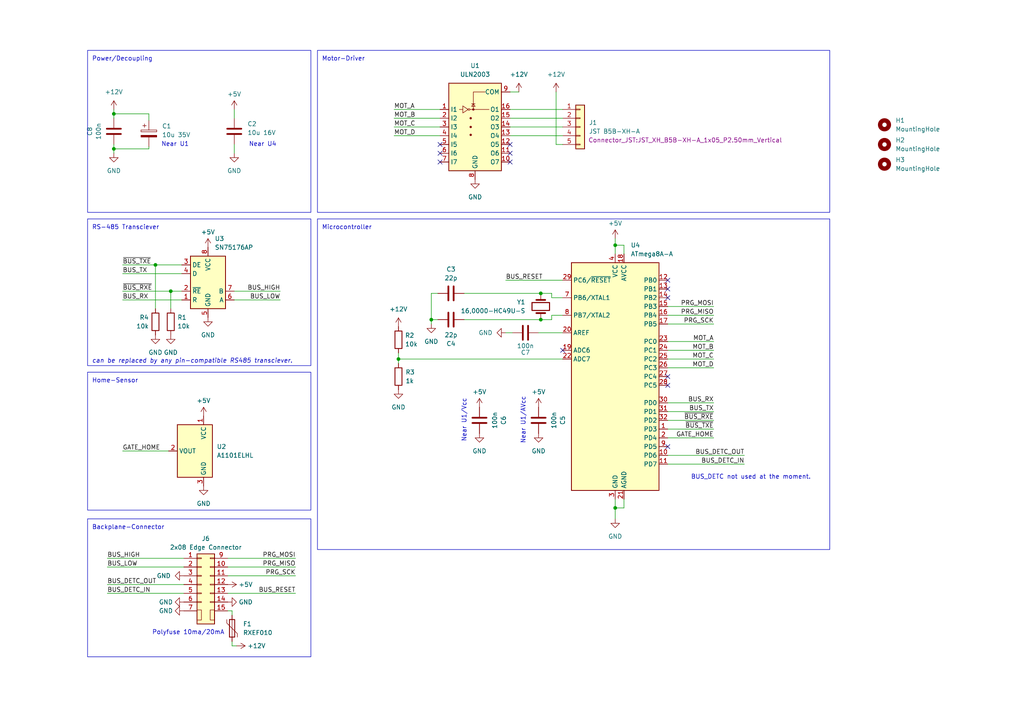
<source format=kicad_sch>
(kicad_sch (version 20231120) (generator "eeschema") (generator_version "8.0")
  (paper "A4")
  (title_block (title "Split-Flap Module Controller ") (date "2025-01-10") (rev "1") (company "Dennis Gunia www.dennisgunia.de") (comment 1 "Rev1 replaced U1 with dip variant"))
  (lib_symbols
    (symbol "Connector_Generic:Conn_01x05" (pin_names (offset 1.016) hide)
      (property "Reference" "J" (at 0 7.62 0))
      (property "Value" "Conn_01x05" (at 0 -7.62 0))
      (symbol "Conn_01x05_1_1"
        (rectangle (start -1.27 -4.953) (end 0 -5.207) (stroke (width 0.1524)))
        (rectangle (start -1.27 -2.413) (end 0 -2.667) (stroke (width 0.1524)))
        (rectangle (start -1.27 0.127) (end 0 -0.127) (stroke (width 0.1524)))
        (rectangle (start -1.27 2.667) (end 0 2.413) (stroke (width 0.1524)))
        (rectangle (start -1.27 5.207) (end 0 4.953) (stroke (width 0.1524)))
        (rectangle (start -1.27 6.35) (end 1.27 -6.35) (stroke (width 0.254)) (fill (type background)))
        (pin passive line (at -5.08 5.08 0) (length 3.81) (name "Pin_1") (number "1"))
        (pin passive line (at -5.08 2.54 0) (length 3.81) (name "Pin_2") (number "2"))
        (pin passive line (at -5.08 0 0) (length 3.81) (name "Pin_3") (number "3"))
        (pin passive line (at -5.08 -2.54 0) (length 3.81) (name "Pin_4") (number "4"))
        (pin passive line (at -5.08 -5.08 0) (length 3.81) (name "Pin_5") (number "5"))
      )
    )
    (symbol "Connector_Generic:Conn_02x08_Top_Bottom" (pin_names (offset 1.016) hide)
      (property "Reference" "J6" (at 1.27 13.335 0))
      (property "Value" "2x08 Edge Connector" (at 1.27 10.795 0))
      (symbol "Conn_02x08_Top_Bottom_1_1"
        (rectangle (start -1.27 -7.366) (end 0 -10.287) (stroke (width 0.1524)))
        (rectangle (start -1.27 -4.953) (end 0 -5.207) (stroke (width 0.1524)))
        (rectangle (start -1.27 -2.413) (end 0 -2.667) (stroke (width 0.1524)))
        (rectangle (start -1.27 0.127) (end 0 -0.127) (stroke (width 0.1524)))
        (rectangle (start -1.27 2.667) (end 0 2.413) (stroke (width 0.1524)))
        (rectangle (start -1.27 5.207) (end 0 4.953) (stroke (width 0.1524)))
        (rectangle (start -1.27 7.747) (end 0 7.493) (stroke (width 0.1524)))
        (rectangle (start -1.27 8.89) (end 3.81 -11.43) (stroke (width 0.254)) (fill (type background)))
        (rectangle (start 2.54 -7.366) (end 3.81 -10.287) (stroke (width 0.1524)))
        (rectangle (start 3.81 -4.953) (end 2.54 -5.207) (stroke (width 0.1524)))
        (rectangle (start 3.81 -2.413) (end 2.54 -2.667) (stroke (width 0.1524)))
        (rectangle (start 3.81 0.127) (end 2.54 -0.127) (stroke (width 0.1524)))
        (rectangle (start 3.81 2.667) (end 2.54 2.413) (stroke (width 0.1524)))
        (rectangle (start 3.81 5.207) (end 2.54 4.953) (stroke (width 0.1524)))
        (rectangle (start 3.81 7.747) (end 2.54 7.493) (stroke (width 0.1524)))
        (pin passive line (at -5.08 7.62 0) (length 3.81) (name "Pin_1") (number "1"))
        (pin passive line (at 7.62 5.08 180) (length 3.81) (name "Pin_10") (number "10"))
        (pin passive line (at 7.62 2.54 180) (length 3.81) (name "Pin_11") (number "11"))
        (pin passive line (at 7.62 0 180) (length 3.81) (name "Pin_12") (number "12"))
        (pin passive line (at 7.62 -2.54 180) (length 3.81) (name "Pin_13") (number "13"))
        (pin passive line (at 7.62 -5.08 180) (length 3.81) (name "Pin_14") (number "14"))
        (pin passive line (at 7.62 -7.62 180) (length 3.81) (name "Pin_15") (number "15"))
        (pin no_connect line (at 7.62 -10.16 180) (length 3.81) hide (name "Pin_16") (number "16"))
        (pin passive line (at -5.08 5.08 0) (length 3.81) (name "Pin_2") (number "2"))
        (pin passive line (at -5.08 2.54 0) (length 3.81) (name "Pin_3") (number "3"))
        (pin passive line (at -5.08 0 0) (length 3.81) (name "Pin_4") (number "4"))
        (pin passive line (at -5.08 -2.54 0) (length 3.81) (name "Pin_5") (number "5"))
        (pin passive line (at -5.08 -5.08 0) (length 3.81) (name "Pin_6") (number "6"))
        (pin passive line (at -5.08 -7.62 0) (length 3.81) (name "Pin_7") (number "7"))
        (pin no_connect line (at -5.08 -10.16 0) (length 3.81) hide (name "Pin_8") (number "8"))
        (pin passive line (at 7.62 7.62 180) (length 3.81) (name "Pin_9") (number "9"))
      )
    )
    (symbol "Device:C" (pin_numbers hide) (pin_names (offset 0.254))
      (property "Reference" "C" (at 0.635 2.54 0))
      (property "Value" "C" (at 0.635 -2.54 0))
      (symbol "C_0_1"
        (polyline (pts (xy -2.032 -0.762) (xy 2.032 -0.762)) (stroke (width 0.508)))
        (polyline (pts (xy -2.032 0.762) (xy 2.032 0.762)) (stroke (width 0.508)))
      )
      (symbol "C_1_1"
        (pin passive line (at 0 3.81 270) (length 2.794) (name "~") (number "1"))
        (pin passive line (at 0 -3.81 90) (length 2.794) (name "~") (number "2"))
      )
    )
    (symbol "Device:C_Polarized" (pin_numbers hide) (pin_names (offset 0.254))
      (property "Reference" "C" (at 0.635 2.54 0))
      (property "Value" "C_Polarized" (at 0.635 -2.54 0))
      (symbol "C_Polarized_0_1"
        (rectangle (start -2.286 0.508) (end 2.286 1.016))
        (polyline (pts (xy -1.778 2.286) (xy -0.762 2.286)))
        (polyline (pts (xy -1.27 2.794) (xy -1.27 1.778)))
        (rectangle (start 2.286 -0.508) (end -2.286 -1.016) (fill (type outline)))
      )
      (symbol "C_Polarized_1_1"
        (pin passive line (at 0 3.81 270) (length 2.794) (name "~") (number "1"))
        (pin passive line (at 0 -3.81 90) (length 2.794) (name "~") (number "2"))
      )
    )
    (symbol "Device:Crystal" (pin_numbers hide) (pin_names (offset 1.016) hide)
      (property "Reference" "Y" (at 0 3.81 0))
      (property "Value" "Crystal" (at 0 -3.81 0))
      (symbol "Crystal_0_1"
        (rectangle (start -1.143 2.54) (end 1.143 -2.54) (stroke (width 0.3048)))
        (polyline (pts (xy -2.54 0) (xy -1.905 0)))
        (polyline (pts (xy -1.905 -1.27) (xy -1.905 1.27)) (stroke (width 0.508)))
        (polyline (pts (xy 1.905 -1.27) (xy 1.905 1.27)) (stroke (width 0.508)))
        (polyline (pts (xy 2.54 0) (xy 1.905 0)))
      )
      (symbol "Crystal_1_1"
        (pin passive line (at -3.81 0 0) (length 1.27) (name "1") (number "1"))
        (pin passive line (at 3.81 0 180) (length 1.27) (name "2") (number "2"))
      )
    )
    (symbol "Device:Polyfuse" (pin_numbers hide) (pin_names (offset 0))
      (property "Reference" "F" (at -2.54 0 90))
      (property "Value" "Polyfuse" (at 2.54 0 90))
      (symbol "Polyfuse_0_1"
        (rectangle (start -0.762 2.54) (end 0.762 -2.54) (stroke (width 0.254)))
        (polyline (pts (xy 0 2.54) (xy 0 -2.54)))
        (polyline (pts (xy -1.524 2.54) (xy -1.524 1.524) (xy 1.524 -1.524) (xy 1.524 -2.54)))
      )
      (symbol "Polyfuse_1_1"
        (pin passive line (at 0 3.81 270) (length 1.27) (name "~") (number "1"))
        (pin passive line (at 0 -3.81 90) (length 1.27) (name "~") (number "2"))
      )
    )
    (symbol "Device:R" (pin_numbers hide) (pin_names (offset 0))
      (property "Reference" "R" (at 2.032 0 90))
      (property "Value" "R" (at 0 0 90))
      (symbol "R_0_1"
        (rectangle (start -1.016 -2.54) (end 1.016 2.54) (stroke (width 0.254)))
      )
      (symbol "R_1_1"
        (pin passive line (at 0 3.81 270) (length 1.27) (name "~") (number "1"))
        (pin passive line (at 0 -3.81 90) (length 1.27) (name "~") (number "2"))
      )
    )
    (symbol "Interface_UART:SN75176AP"
      (property "Reference" "U" (at -4.318 8.89 0))
      (property "Value" "SN75176AP" (at 1.016 8.89 0))
      (symbol "SN75176AP_0_1"
        (rectangle (start -5.08 7.62) (end 5.08 -7.62) (stroke (width 0.254)) (fill (type background)))
      )
      (symbol "SN75176AP_1_1"
        (pin output line (at -7.62 -5.08 0) (length 2.54) (name "R") (number "1"))
        (pin input line (at -7.62 -2.54 0) (length 2.54) (name "~{RE}") (number "2"))
        (pin input line (at -7.62 5.08 0) (length 2.54) (name "DE") (number "3"))
        (pin input line (at -7.62 2.54 0) (length 2.54) (name "D") (number "4"))
        (pin power_in line (at 0 -10.16 90) (length 2.54) (name "GND") (number "5"))
        (pin bidirectional line (at 7.62 -5.08 180) (length 2.54) (name "A") (number "6"))
        (pin bidirectional line (at 7.62 -2.54 180) (length 2.54) (name "B") (number "7"))
        (pin power_in line (at 0 10.16 270) (length 2.54) (name "VCC") (number "8"))
      )
    )
    (symbol "MCU_Microchip_ATmega:ATmega8A-A"
      (property "Reference" "U" (at -12.7 34.29 0))
      (property "Value" "ATmega8A-A" (at 5.08 -34.29 0))
      (symbol "ATmega8A-A_0_1"
        (rectangle (start -12.7 -33.02) (end 12.7 33.02) (stroke (width 0.254)) (fill (type background)))
      )
      (symbol "ATmega8A-A_1_1"
        (pin bidirectional line (at 15.24 -15.24 180) (length 2.54) (name "PD3") (number "1"))
        (pin bidirectional line (at 15.24 -22.86 180) (length 2.54) (name "PD6") (number "10"))
        (pin bidirectional line (at 15.24 -25.4 180) (length 2.54) (name "PD7") (number "11"))
        (pin bidirectional line (at 15.24 27.94 180) (length 2.54) (name "PB0") (number "12"))
        (pin bidirectional line (at 15.24 25.4 180) (length 2.54) (name "PB1") (number "13"))
        (pin bidirectional line (at 15.24 22.86 180) (length 2.54) (name "PB2") (number "14"))
        (pin bidirectional line (at 15.24 20.32 180) (length 2.54) (name "PB3") (number "15"))
        (pin bidirectional line (at 15.24 17.78 180) (length 2.54) (name "PB4") (number "16"))
        (pin bidirectional line (at 15.24 15.24 180) (length 2.54) (name "PB5") (number "17"))
        (pin power_in line (at 2.54 35.56 270) (length 2.54) (name "AVCC") (number "18"))
        (pin input line (at -15.24 7.62 0) (length 2.54) (name "ADC6") (number "19"))
        (pin bidirectional line (at 15.24 -17.78 180) (length 2.54) (name "PD4") (number "2"))
        (pin passive line (at -15.24 12.7 0) (length 2.54) (name "AREF") (number "20"))
        (pin power_in line (at 2.54 -35.56 90) (length 2.54) (name "AGND") (number "21"))
        (pin input line (at -15.24 5.08 0) (length 2.54) (name "ADC7") (number "22"))
        (pin bidirectional line (at 15.24 10.16 180) (length 2.54) (name "PC0") (number "23"))
        (pin bidirectional line (at 15.24 7.62 180) (length 2.54) (name "PC1") (number "24"))
        (pin bidirectional line (at 15.24 5.08 180) (length 2.54) (name "PC2") (number "25"))
        (pin bidirectional line (at 15.24 2.54 180) (length 2.54) (name "PC3") (number "26"))
        (pin bidirectional line (at 15.24 0 180) (length 2.54) (name "PC4") (number "27"))
        (pin bidirectional line (at 15.24 -2.54 180) (length 2.54) (name "PC5") (number "28"))
        (pin bidirectional line (at -15.24 27.94 0) (length 2.54) (name "PC6/~{RESET}") (number "29"))
        (pin power_in line (at 0 -35.56 90) (length 2.54) (name "GND") (number "3"))
        (pin bidirectional line (at 15.24 -7.62 180) (length 2.54) (name "PD0") (number "30"))
        (pin bidirectional line (at 15.24 -10.16 180) (length 2.54) (name "PD1") (number "31"))
        (pin bidirectional line (at 15.24 -12.7 180) (length 2.54) (name "PD2") (number "32"))
        (pin power_in line (at 0 35.56 270) (length 2.54) (name "VCC") (number "4"))
        (pin passive line (at 0 -35.56 90) (length 2.54) hide (name "GND") (number "5"))
        (pin passive line (at 0 35.56 270) (length 2.54) hide (name "VCC") (number "6"))
        (pin bidirectional line (at -15.24 22.86 0) (length 2.54) (name "PB6/XTAL1") (number "7"))
        (pin bidirectional line (at -15.24 17.78 0) (length 2.54) (name "PB7/XTAL2") (number "8"))
        (pin bidirectional line (at 15.24 -20.32 180) (length 2.54) (name "PD5") (number "9"))
      )
    )
    (symbol "Mechanical:MountingHole" (pin_names (offset 1.016))
      (property "Reference" "H" (at 0 5.08 0))
      (property "Value" "MountingHole" (at 0 3.175 0))
      (symbol "MountingHole_0_1"
        (circle (center 0 0) (radius 1.27) (stroke (width 1.27)))
      )
    )
    (symbol "Sensor_Magnetic:A1101ELHL"
      (property "Reference" "U" (at 0 11.43 0))
      (property "Value" "A1101ELHL" (at 0 8.89 0))
      (symbol "A1101ELHL_0_1"
        (rectangle (start -5.08 7.62) (end 5.08 -7.62) (stroke (width 0.254)) (fill (type background)))
      )
      (symbol "A1101ELHL_1_1"
        (pin power_in line (at -2.54 10.16 270) (length 2.54) (name "VCC") (number "1"))
        (pin open_collector line (at 7.62 0 180) (length 2.54) (name "VOUT") (number "2"))
        (pin power_in line (at -2.54 -10.16 90) (length 2.54) (name "GND") (number "3"))
      )
    )
    (symbol "Transistor_Array:ULN2003"
      (property "Reference" "U" (at 0 15.875 0))
      (property "Value" "ULN2003" (at 0 13.97 0))
      (symbol "ULN2003_0_1"
        (rectangle (start -7.62 -12.7) (end 7.62 12.7) (stroke (width 0.254)) (fill (type background)))
        (circle (center -1.778 5.08) (radius 0.254))
        (circle (center -1.27 -2.286) (radius 0.254) (fill (type outline)))
        (circle (center -1.27 0) (radius 0.254) (fill (type outline)))
        (circle (center -1.27 2.54) (radius 0.254) (fill (type outline)))
        (circle (center -0.508 5.08) (radius 0.254) (fill (type outline)))
        (polyline (pts (xy -4.572 5.08) (xy -3.556 5.08)))
        (polyline (pts (xy -1.524 5.08) (xy 4.064 5.08)))
        (polyline (pts (xy 0 6.731) (xy -1.016 6.731)))
        (polyline (pts (xy -0.508 5.08) (xy -0.508 10.16) (xy 2.921 10.16)))
        (polyline (pts (xy -3.556 6.096) (xy -3.556 4.064) (xy -2.032 5.08) (xy -3.556 6.096)))
        (polyline (pts (xy 0 5.969) (xy -1.016 5.969) (xy -0.508 6.731) (xy 0 5.969)))
      )
      (symbol "ULN2003_1_1"
        (pin input line (at -10.16 5.08 0) (length 2.54) (name "I1") (number "1"))
        (pin open_collector line (at 10.16 -10.16 180) (length 2.54) (name "O7") (number "10"))
        (pin open_collector line (at 10.16 -7.62 180) (length 2.54) (name "O6") (number "11"))
        (pin open_collector line (at 10.16 -5.08 180) (length 2.54) (name "O5") (number "12"))
        (pin open_collector line (at 10.16 -2.54 180) (length 2.54) (name "O4") (number "13"))
        (pin open_collector line (at 10.16 0 180) (length 2.54) (name "O3") (number "14"))
        (pin open_collector line (at 10.16 2.54 180) (length 2.54) (name "O2") (number "15"))
        (pin open_collector line (at 10.16 5.08 180) (length 2.54) (name "O1") (number "16"))
        (pin input line (at -10.16 2.54 0) (length 2.54) (name "I2") (number "2"))
        (pin input line (at -10.16 0 0) (length 2.54) (name "I3") (number "3"))
        (pin input line (at -10.16 -2.54 0) (length 2.54) (name "I4") (number "4"))
        (pin input line (at -10.16 -5.08 0) (length 2.54) (name "I5") (number "5"))
        (pin input line (at -10.16 -7.62 0) (length 2.54) (name "I6") (number "6"))
        (pin input line (at -10.16 -10.16 0) (length 2.54) (name "I7") (number "7"))
        (pin power_in line (at 0 -15.24 90) (length 2.54) (name "GND") (number "8"))
        (pin passive line (at 10.16 10.16 180) (length 2.54) (name "COM") (number "9"))
      )
    )
    (symbol "power:+12V" (power) (pin_names (offset 0))
      (property "Value" "+12V" (at 0 3.556 0))
      (symbol "+12V_0_1"
        (polyline (pts (xy -0.762 1.27) (xy 0 2.54)))
        (polyline (pts (xy 0 0) (xy 0 2.54)))
        (polyline (pts (xy 0 2.54) (xy 0.762 1.27)))
      )
      (symbol "+12V_1_1"
        (pin power_in line (at 0 0 90) (length 0) hide (name "+12V") (number "1"))
      )
    )
    (symbol "power:+5V" (power) (pin_names (offset 0))
      (property "Value" "+5V" (at 0 3.556 0))
      (symbol "+5V_0_1"
        (polyline (pts (xy -0.762 1.27) (xy 0 2.54)))
        (polyline (pts (xy 0 0) (xy 0 2.54)))
        (polyline (pts (xy 0 2.54) (xy 0.762 1.27)))
      )
      (symbol "+5V_1_1"
        (pin power_in line (at 0 0 90) (length 0) hide (name "+5V") (number "1"))
      )
    )
    (symbol "power:GND" (power) (pin_names (offset 0))
      (property "Value" "GND" (at 0 -3.81 0))
      (symbol "GND_0_1"
        (polyline (pts (xy 0 0) (xy 0 -1.27) (xy 1.27 -1.27) (xy 0 -2.54) (xy -1.27 -1.27) (xy 0 -1.27)))
      )
      (symbol "GND_1_1"
        (pin power_in line (at 0 0 270) (length 0) hide (name "GND") (number "1"))
      )
    )
  )
  (junction (at 45.085 76.835))
  (junction (at 125.095 92.71))
  (junction (at 156.845 92.71))
  (junction (at 33.02 43.18))
  (junction (at 156.845 85.09))
  (junction (at 49.53 84.455))
  (junction (at 115.57 104.14))
  (junction (at 178.435 71.12))
  (junction (at 178.435 147.32))
  (junction (at 33.02 33.02))
  (no_connect (at 163.195 101.6))
  (no_connect (at 193.675 81.28))
  (no_connect (at 147.955 41.91))
  (no_connect (at 193.675 86.36))
  (no_connect (at 147.955 44.45))
  (no_connect (at 193.675 129.54))
  (no_connect (at 193.675 111.76))
  (no_connect (at 193.675 109.22))
  (no_connect (at 127.635 46.99))
  (no_connect (at 127.635 44.45))
  (no_connect (at 127.635 41.91))
  (no_connect (at 147.955 46.99))
  (no_connect (at 193.675 83.82))
  (wire (pts (xy 178.435 147.32) (xy 178.435 144.78)))
  (wire (pts (xy 35.56 84.455) (xy 49.53 84.455)))
  (wire (pts (xy 193.675 106.68) (xy 207.01 106.68)))
  (wire (pts (xy 193.675 91.44) (xy 207.01 91.44)))
  (wire (pts (xy 193.675 88.9) (xy 207.01 88.9)))
  (wire (pts (xy 53.34 172.085) (xy 31.115 172.085)))
  (wire (pts (xy 193.675 134.62) (xy 215.9 134.62)))
  (wire (pts (xy 160.02 86.36) (xy 163.195 86.36)))
  (wire (pts (xy 45.085 89.535) (xy 45.085 76.835)))
  (wire (pts (xy 178.435 147.32) (xy 180.975 147.32)))
  (wire (pts (xy 134.62 85.09) (xy 156.845 85.09)))
  (wire (pts (xy 33.02 41.91) (xy 33.02 43.18)))
  (wire (pts (xy 146.685 81.28) (xy 163.195 81.28)))
  (wire (pts (xy 160.02 92.71) (xy 160.02 91.44)))
  (wire (pts (xy 67.31 187.325) (xy 68.58 187.325)))
  (wire (pts (xy 33.02 34.29) (xy 33.02 33.02)))
  (wire (pts (xy 193.675 93.98) (xy 207.01 93.98)))
  (wire (pts (xy 127.635 36.83) (xy 114.3 36.83)))
  (wire (pts (xy 67.31 177.165) (xy 67.31 178.435)))
  (wire (pts (xy 49.53 84.455) (xy 49.53 89.535)))
  (wire (pts (xy 160.02 91.44) (xy 163.195 91.44)))
  (wire (pts (xy 67.945 84.455) (xy 81.28 84.455)))
  (wire (pts (xy 52.705 86.995) (xy 35.56 86.995)))
  (wire (pts (xy 66.04 177.165) (xy 67.31 177.165)))
  (wire (pts (xy 43.18 42.545) (xy 43.18 43.18)))
  (wire (pts (xy 127.635 34.29) (xy 114.3 34.29)))
  (wire (pts (xy 66.04 172.085) (xy 85.725 172.085)))
  (wire (pts (xy 161.29 41.91) (xy 163.195 41.91)))
  (wire (pts (xy 115.57 105.41) (xy 115.57 104.14)))
  (wire (pts (xy 180.975 71.12) (xy 178.435 71.12)))
  (wire (pts (xy 31.115 164.465) (xy 53.34 164.465)))
  (wire (pts (xy 67.945 31.75) (xy 67.945 34.29)))
  (wire (pts (xy 66.04 164.465) (xy 85.725 164.465)))
  (wire (pts (xy 178.435 71.12) (xy 178.435 73.66)))
  (wire (pts (xy 148.59 96.52) (xy 146.685 96.52)))
  (wire (pts (xy 147.955 39.37) (xy 163.195 39.37)))
  (wire (pts (xy 67.31 186.055) (xy 67.31 187.325)))
  (wire (pts (xy 180.975 73.66) (xy 180.975 71.12)))
  (wire (pts (xy 147.955 26.67) (xy 150.495 26.67)))
  (wire (pts (xy 115.57 104.14) (xy 115.57 102.362)))
  (wire (pts (xy 156.845 85.09) (xy 160.02 85.09)))
  (wire (pts (xy 43.18 33.02) (xy 33.02 33.02)))
  (wire (pts (xy 134.62 92.71) (xy 156.845 92.71)))
  (wire (pts (xy 127 85.09) (xy 125.095 85.09)))
  (wire (pts (xy 35.56 76.835) (xy 45.085 76.835)))
  (wire (pts (xy 178.435 150.495) (xy 178.435 147.32)))
  (wire (pts (xy 193.675 101.6) (xy 207.01 101.6)))
  (wire (pts (xy 125.095 85.09) (xy 125.095 92.71)))
  (wire (pts (xy 193.675 116.84) (xy 207.01 116.84)))
  (wire (pts (xy 127.635 39.37) (xy 114.3 39.37)))
  (wire (pts (xy 33.02 43.18) (xy 33.02 44.45)))
  (wire (pts (xy 53.34 169.545) (xy 31.115 169.545)))
  (wire (pts (xy 33.02 43.18) (xy 43.18 43.18)))
  (wire (pts (xy 147.955 34.29) (xy 163.195 34.29)))
  (wire (pts (xy 193.675 104.14) (xy 207.01 104.14)))
  (wire (pts (xy 66.04 161.925) (xy 85.725 161.925)))
  (wire (pts (xy 43.18 34.925) (xy 43.18 33.02)))
  (wire (pts (xy 193.675 119.38) (xy 207.01 119.38)))
  (wire (pts (xy 156.21 96.52) (xy 163.195 96.52)))
  (wire (pts (xy 180.975 144.78) (xy 180.975 147.32)))
  (wire (pts (xy 66.04 167.005) (xy 85.725 167.005)))
  (wire (pts (xy 115.57 104.14) (xy 163.195 104.14)))
  (wire (pts (xy 52.705 79.375) (xy 35.56 79.375)))
  (wire (pts (xy 67.945 86.995) (xy 81.28 86.995)))
  (wire (pts (xy 127.635 31.75) (xy 114.3 31.75)))
  (wire (pts (xy 67.945 41.91) (xy 67.945 44.45)))
  (wire (pts (xy 193.675 124.46) (xy 207.01 124.46)))
  (wire (pts (xy 125.095 92.71) (xy 125.095 93.98)))
  (wire (pts (xy 193.675 99.06) (xy 207.01 99.06)))
  (wire (pts (xy 161.29 26.67) (xy 161.29 41.91)))
  (wire (pts (xy 160.02 85.09) (xy 160.02 86.36)))
  (wire (pts (xy 52.705 84.455) (xy 49.53 84.455)))
  (wire (pts (xy 33.02 31.75) (xy 33.02 33.02)))
  (wire (pts (xy 156.845 92.71) (xy 160.02 92.71)))
  (wire (pts (xy 178.435 69.215) (xy 178.435 71.12)))
  (wire (pts (xy 193.675 132.08) (xy 215.9 132.08)))
  (wire (pts (xy 45.085 76.835) (xy 52.705 76.835)))
  (wire (pts (xy 53.34 161.925) (xy 31.115 161.925)))
  (wire (pts (xy 193.675 121.92) (xy 207.01 121.92)))
  (wire (pts (xy 147.955 31.75) (xy 163.195 31.75)))
  (wire (pts (xy 147.955 36.83) (xy 163.195 36.83)))
  (wire (pts (xy 127 92.71) (xy 125.095 92.71)))
  (wire (pts (xy 48.895 130.81) (xy 35.56 130.81)))
  (wire (pts (xy 193.675 127) (xy 207.01 127)))
  (rectangle (start 92.075 14.605) (end 240.665 61.595))
  (rectangle (start 25.4 107.95) (end 90.17 147.955))
  (rectangle (start 25.4 63.5) (end 90.17 106.045))
  (rectangle (start 92.075 63.5) (end 240.665 159.385))
  (rectangle (start 25.4 150.495) (end 90.17 190.5))
  (rectangle (start 25.4 14.605) (end 90.17 61.595))
  (text "Motor-Driver\n" (at 93.345 17.145 0) (effects (font (size 1.27 1.27)) (justify left)))
  (text "RS-485 Transciever" (at 26.67 66.04 0) (effects (font (size 1.27 1.27)) (justify left)))
  (text "Power/Decoupling\n" (at 26.67 17.145 0) (effects (font (size 1.27 1.27)) (justify left)))
  (text "Polyfuse 10ma/20mA" (at 54.61 183.515 0) (effects (font (size 1.27 1.27))))
  (text "Home-Sensor" (at 26.67 110.49 0) (effects (font (size 1.27 1.27)) (justify left)))
  (text "Backplane-Connector" (at 26.67 153.035 0) (effects (font (size 1.27 1.27)) (justify left)))
  (text "BUS_DETC not used at the moment." (at 217.805 138.43 0) (effects (font (size 1.27 1.27))))
  (text "Near U1\n" (at 50.8 41.91 0) (effects (font (size 1.27 1.27))))
  (text "can be replaced by any pin-compatible RS485 transciever." (at 26.67 104.775 0) (effects (font (size 1.27 1.27) (italic yes)) (justify left)))
  (text "Near U1/AVcc" (at 151.765 121.92 90) (effects (font (size 1.27 1.27))))
  (text "Near U1/Vcc" (at 134.62 121.92 90) (effects (font (size 1.27 1.27))))
  (text "Microcontroller" (at 93.345 66.04 0) (effects (font (size 1.27 1.27)) (justify left)))
  (text "Near U4\n" (at 76.2 41.91 0) (effects (font (size 1.27 1.27))))
  (label "BUS_TX" (at 35.56 79.375 0))
  (label "MOT_A" (at 114.3 31.75 0))
  (label "MOT_C" (at 207.01 104.14 180))
  (label "BUS_RESET" (at 85.725 172.085 180))
  (label "BUS_RX" (at 207.01 116.84 180))
  (label "GATE_HOME" (at 207.01 127 180))
  (label "MOT_C" (at 114.3 36.83 0))
  (label "MOT_D" (at 114.3 39.37 0))
  (label "MOT_A" (at 207.01 99.06 180))
  (label "BUS_RX" (at 35.56 86.995 0))
  (label "BUS_DETC_OUT" (at 31.115 169.545 0))
  (label "PRG_SCK" (at 207.01 93.98 180))
  (label "BUS_HIGH" (at 81.28 84.455 180))
  (label "MOT_D" (at 207.01 106.68 180))
  (label "PRG_MISO" (at 207.01 91.44 180))
  (label "BUS_HIGH" (at 31.115 161.925 0))
  (label "BUS_DETC_IN" (at 215.9 134.62 180))
  (label "MOT_B" (at 114.3 34.29 0))
  (label "GATE_HOME" (at 35.56 130.81 0))
  (label "PRG_MISO" (at 85.725 164.465 180))
  (label "BUS_RESET" (at 146.685 81.28 0))
  (label "MOT_B" (at 207.01 101.6 180))
  (label "~{BUS_TXE}" (at 207.01 124.46 180))
  (label "PRG_MOSI" (at 85.725 161.925 180))
  (label "~{BUS_TXE}" (at 35.56 76.835 0))
  (label "~{BUS_RXE}" (at 207.01 121.92 180))
  (label "BUS_LOW" (at 81.28 86.995 180))
  (label "~{BUS_RXE}" (at 35.56 84.455 0))
  (label "BUS_LOW" (at 31.115 164.465 0))
  (label "BUS_DETC_OUT" (at 215.9 132.08 180))
  (label "PRG_MOSI" (at 207.01 88.9 180))
  (label "BUS_DETC_IN" (at 31.115 172.085 0))
  (label "BUS_TX" (at 207.01 119.38 180))
  (label "PRG_SCK" (at 85.725 167.005 180))
  (symbol (lib_id "power:+5V") (at 67.945 31.75 0) (unit 1)
    (property "Reference" "#PWR08" (effects (hide yes)))
    (property "Value" "+5V" (at 67.945 27.305 0))
  )
  (symbol (lib_id "power:+12V") (at 115.57 94.742 0) (mirror y) (unit 1)
    (property "Reference" "#PWR028" (effects (hide yes)))
    (property "Value" "+12V" (at 115.57 89.662 0))
  )
  (symbol (lib_id "Device:Polyfuse") (at 67.31 182.245 0) (unit 1)
    (property "Reference" "F1" (at 70.485 180.975 0) (effects (justify left)))
    (property "Value" "RXEF010" (at 70.485 183.515 0) (effects (justify left)))
    (property "Footprint" "Capacitor_THT:C_Disc_D7.5mm_W2.5mm_P5.00mm" (effects (hide yes)))
  )
  (symbol (lib_id "Device:C") (at 156.21 121.92 0) (mirror x) (unit 1)
    (property "Reference" "C5" (at 163.195 121.92 90))
    (property "Value" "100n" (at 160.655 121.92 90))
    (property "Footprint" "Capacitor_SMD:C_0805_2012Metric" (effects (hide yes)))
  )
  (symbol (lib_id "Sensor_Magnetic:A1101ELHL") (at 56.515 130.81 0) (mirror y) (unit 1)
    (property "Reference" "U2" (at 62.865 129.54 0) (effects (justify right)))
    (property "Value" "A1101ELHL" (at 62.865 132.08 0) (effects (justify right)))
    (property "Footprint" "Package_TO_SOT_SMD:SOT-23W" (effects (hide yes)))
    (property "Datasheet" "https://www.allegromicro.com/-/media/files/datasheets/a110x-datasheet.ashx" (effects (hide yes)))
  )
  (symbol (lib_id "Device:C_Polarized") (at 43.18 38.735 0) (unit 1)
    (property "Reference" "C1" (at 46.99 36.576 0) (effects (justify left)))
    (property "Value" "10u 35V" (at 46.99 39.116 0) (effects (justify left)))
    (property "Footprint" "Capacitor_THT:CP_Radial_D6.3mm_P2.50mm" (effects (hide yes)))
  )
  (symbol (lib_id "Connector_Generic:Conn_01x05") (at 168.275 36.83 0) (unit 1)
    (property "Reference" "J1" (at 170.815 35.56 0) (effects (justify left)))
    (property "Value" "JST B5B-XH-A" (at 170.815 38.1 0) (effects (justify left)))
    (property "Footprint" "Connector_JST:JST_XH_B5B-XH-A_1x05_P2.50mm_Vertical" (at 198.755 40.64 0))
  )
  (symbol (lib_id "power:+5V") (at 66.04 169.545 270) (unit 1)
    (property "Reference" "#PWR019" (effects (hide yes)))
    (property "Value" "+5V" (at 69.215 169.545 90) (effects (justify left)))
  )
  (symbol (lib_id "Device:R") (at 115.57 98.552 0) (unit 1)
    (property "Reference" "R2" (at 117.475 97.282 0) (effects (justify left)))
    (property "Value" "10k" (at 117.475 99.822 0) (effects (justify left)))
    (property "Footprint" "Resistor_SMD:R_0805_2012Metric" (effects (hide yes)))
  )
  (symbol (lib_id "power:GND") (at 139.065 125.73 0) (mirror y) (unit 1)
    (property "Reference" "#PWR027" (effects (hide yes)))
    (property "Value" "GND" (at 139.065 130.81 0))
  )
  (symbol (lib_id "power:+12V") (at 150.495 26.67 0) (unit 1)
    (property "Reference" "#PWR02" (effects (hide yes)))
    (property "Value" "+12V" (at 150.495 21.59 0))
  )
  (symbol (lib_id "power:GND") (at 66.04 174.625 90) (unit 1)
    (property "Reference" "#PWR022" (effects (hide yes)))
    (property "Value" "GND" (at 69.215 174.625 90) (effects (justify right)))
  )
  (symbol (lib_id "power:GND") (at 60.325 92.075 0) (mirror y) (unit 1)
    (property "Reference" "#PWR010" (effects (hide yes)))
    (property "Value" "GND" (at 60.325 97.155 0))
  )
  (symbol (lib_id "power:+12V") (at 161.29 26.67 0) (unit 1)
    (property "Reference" "#PWR01" (effects (hide yes)))
    (property "Value" "+12V" (at 161.29 21.59 0))
  )
  (symbol (lib_id "power:+5V") (at 60.325 71.755 0) (unit 1)
    (property "Reference" "#PWR09" (effects (hide yes)))
    (property "Value" "+5V" (at 60.325 67.31 0))
  )
  (symbol (lib_id "power:GND") (at 53.34 167.005 270) (unit 1)
    (property "Reference" "#PWR023" (effects (hide yes)))
    (property "Value" "GND" (at 49.53 167.005 90) (effects (justify right)))
  )
  (symbol (lib_id "power:GND") (at 33.02 44.45 0) (mirror y) (unit 1)
    (property "Reference" "#PWR05" (effects (hide yes)))
    (property "Value" "GND" (at 33.02 49.53 0))
  )
  (symbol (lib_id "power:GND") (at 146.685 96.52 270) (mirror x) (unit 1)
    (property "Reference" "#PWR014" (effects (hide yes)))
    (property "Value" "GND" (at 142.875 96.5199 90) (effects (justify right)))
  )
  (symbol (lib_id "Device:R") (at 115.57 109.22 0) (unit 1)
    (property "Reference" "R3" (at 117.602 107.9499 0) (effects (justify left)))
    (property "Value" "1k" (at 117.602 110.4899 0) (effects (justify left)))
    (property "Footprint" "Resistor_SMD:R_0805_2012Metric" (effects (hide yes)))
  )
  (symbol (lib_id "Connector_Generic:Conn_02x08_Top_Bottom") (at 58.42 169.545 0) (unit 1)
    (property "Reference" "J6" (at 59.69 156.21 0))
    (property "Value" "2x08 Edge Connector" (at 59.69 158.75 0))
    (property "Footprint" "Dennis:Card Edge 16 power" (effects (hide yes)))
  )
  (symbol (lib_id "Device:C") (at 67.945 38.1 0) (unit 1)
    (property "Reference" "C2" (at 71.755 35.941 0) (effects (justify left)))
    (property "Value" "10u 16V" (at 71.755 38.481 0) (effects (justify left)))
    (property "Footprint" "Capacitor_SMD:C_1206_3216Metric" (effects (hide yes)))
    (property "Description" "Unpolarized capacitor" (effects (hide yes)))
  )
  (symbol (lib_id "Device:R") (at 45.085 93.345 0) (mirror y) (unit 1)
    (property "Reference" "R4" (at 43.18 92.075 0) (effects (justify left)))
    (property "Value" "10k" (at 43.18 94.615 0) (effects (justify left)))
    (property "Footprint" "Resistor_SMD:R_0805_2012Metric" (effects (hide yes)))
  )
  (symbol (lib_id "Mechanical:MountingHole") (at 256.54 47.625 0) (unit 1)
    (property "Reference" "H3" (at 259.715 46.355 0) (effects (justify left)))
    (property "Value" "MountingHole" (at 259.715 48.895 0) (effects (justify left)))
    (property "Footprint" "MountingHole:MountingHole_3.2mm_M3" (effects (hide yes)))
  )
  (symbol (lib_id "MCU_Microchip_ATmega:ATmega8A-A") (at 178.435 109.22 0) (unit 1)
    (property "Reference" "U4" (at 182.9309 71.12 0) (effects (justify left)))
    (property "Value" "ATmega8A-A" (at 182.9309 73.66 0) (effects (justify left)))
    (property "Footprint" "Package_QFP:TQFP-32_7x7mm_P0.8mm" (effects (hide yes)))
    (property "Datasheet" "http://ww1.microchip.com/downloads/en/DeviceDoc/Microchip%208bit%20mcu%20AVR%20ATmega8A%20data%20sheet%2040001974A.pdf" (effects (hide yes)))
  )
  (symbol (lib_id "Device:C") (at 130.81 85.09 90) (unit 1)
    (property "Reference" "C3" (at 130.81 78.105 90))
    (property "Value" "22p" (at 130.81 80.645 90))
    (property "Footprint" "Capacitor_SMD:C_0805_2012Metric" (effects (hide yes)))
  )
  (symbol (lib_id "power:+12V") (at 33.02 31.75 0) (mirror y) (unit 1)
    (property "Reference" "#PWR04" (effects (hide yes)))
    (property "Value" "+12V" (at 33.02 26.67 0))
  )
  (symbol (lib_id "Device:C") (at 130.81 92.71 90) (mirror x) (unit 1)
    (property "Reference" "C4" (at 130.81 99.695 90))
    (property "Value" "22p" (at 130.81 97.155 90))
    (property "Footprint" "Capacitor_SMD:C_0805_2012Metric" (effects (hide yes)))
  )
  (symbol (lib_id "power:GND") (at 59.055 140.97 0) (unit 1)
    (property "Reference" "#PWR012" (effects (hide yes)))
    (property "Value" "GND" (at 59.055 146.05 0))
  )
  (symbol (lib_id "power:GND") (at 45.085 97.155 0) (mirror y) (unit 1)
    (property "Reference" "#PWR030" (effects (hide yes)))
    (property "Value" "GND" (at 45.085 102.235 0))
  )
  (symbol (lib_id "Device:Crystal") (at 156.845 88.9 270) (unit 1)
    (property "Reference" "Y1" (at 152.4 87.63 90) (effects (justify right)))
    (property "Value" "16,0000-HC49U-S" (at 152.4 90.17 90) (effects (justify right)))
    (property "Footprint" "Crystal:Crystal_HC49-U_Vertical" (effects (hide yes)))
  )
  (symbol (lib_id "power:+12V") (at 68.58 187.325 270) (unit 1)
    (property "Reference" "#PWR020" (effects (hide yes)))
    (property "Value" "+12V" (at 71.755 187.325 90) (effects (justify left)))
  )
  (symbol (lib_id "power:+5V") (at 59.055 120.65 0) (unit 1)
    (property "Reference" "#PWR011" (effects (hide yes)))
    (property "Value" "+5V" (at 59.055 116.205 0))
  )
  (symbol (lib_id "power:GND") (at 115.57 113.03 0) (mirror y) (unit 1)
    (property "Reference" "#PWR029" (effects (hide yes)))
    (property "Value" "GND" (at 115.57 118.11 0))
  )
  (symbol (lib_id "power:GND") (at 178.435 150.495 0) (mirror y) (unit 1)
    (property "Reference" "#PWR06" (effects (hide yes)))
    (property "Value" "GND" (at 178.435 155.575 0))
  )
  (symbol (lib_id "Device:C") (at 152.4 96.52 90) (mirror x) (unit 1)
    (property "Reference" "C7" (at 152.4 102.235 90))
    (property "Value" "100n" (at 152.4 100.33 90))
    (property "Footprint" "Capacitor_SMD:C_0805_2012Metric" (effects (hide yes)))
  )
  (symbol (lib_id "Device:C") (at 33.02 38.1 0) (mirror y) (unit 1)
    (property "Reference" "C8" (at 26.035 38.1 90))
    (property "Value" "100n" (at 28.575 38.1 90))
    (property "Footprint" "Capacitor_SMD:C_0805_2012Metric" (effects (hide yes)))
  )
  (symbol (lib_id "power:GND") (at 49.53 97.155 0) (mirror y) (unit 1)
    (property "Reference" "#PWR025" (effects (hide yes)))
    (property "Value" "GND" (at 49.53 102.235 0))
  )
  (symbol (lib_id "Transistor_Array:ULN2003") (at 137.795 36.83 0) (unit 1)
    (property "Reference" "U1" (at 137.795 19.05 0))
    (property "Value" "ULN2003" (at 137.795 21.59 0))
    (property "Footprint" "Package_DIP:DIP-16_W7.62mm" (effects (hide yes)))
    (property "Datasheet" "http://www.ti.com/lit/ds/symlink/uln2003a.pdf" (effects (hide yes)))
  )
  (symbol (lib_id "Interface_UART:SN75176AP") (at 60.325 81.915 0) (unit 1)
    (property "Reference" "U3" (at 62.2809 69.215 0) (effects (justify left)))
    (property "Value" "SN75176AP" (at 62.2809 71.755 0) (effects (justify left)))
    (property "Footprint" "Package_DIP:DIP-8_W7.62mm" (effects (hide yes)))
    (property "Datasheet" "http://www.ti.com/lit/ds/symlink/sn75176a.pdf" (effects (hide yes)))
  )
  (symbol (lib_id "Device:R") (at 49.53 93.345 0) (unit 1)
    (property "Reference" "R1" (at 51.435 92.075 0) (effects (justify left)))
    (property "Value" "10k" (at 51.435 94.615 0) (effects (justify left)))
    (property "Footprint" "Resistor_SMD:R_0805_2012Metric" (effects (hide yes)))
  )
  (symbol (lib_id "power:GND") (at 67.945 44.45 0) (mirror y) (unit 1)
    (property "Reference" "#PWR031" (effects (hide yes)))
    (property "Value" "GND" (at 67.945 49.53 0))
  )
  (symbol (lib_id "Mechanical:MountingHole") (at 256.54 36.195 0) (unit 1)
    (property "Reference" "H1" (at 259.715 34.925 0) (effects (justify left)))
    (property "Value" "MountingHole" (at 259.715 37.465 0) (effects (justify left)))
    (property "Footprint" "MountingHole:MountingHole_3.2mm_M3" (effects (hide yes)))
  )
  (symbol (lib_id "Device:C") (at 139.065 121.92 0) (mirror x) (unit 1)
    (property "Reference" "C6" (at 146.05 121.92 90))
    (property "Value" "100n" (at 143.51 121.92 90))
    (property "Footprint" "Capacitor_SMD:C_0805_2012Metric" (effects (hide yes)))
  )
  (symbol (lib_id "power:+5V") (at 178.435 69.215 0) (unit 1)
    (property "Reference" "#PWR024" (effects (hide yes)))
    (property "Value" "+5V" (at 178.435 64.77 0))
  )
  (symbol (lib_id "power:GND") (at 53.34 177.165 270) (unit 1)
    (property "Reference" "#PWR018" (effects (hide yes)))
    (property "Value" "GND" (at 50.165 177.165 90) (effects (justify right)))
  )
  (symbol (lib_id "power:GND") (at 156.21 125.73 0) (mirror y) (unit 1)
    (property "Reference" "#PWR017" (effects (hide yes)))
    (property "Value" "GND" (at 156.21 130.81 0))
  )
  (symbol (lib_id "power:GND") (at 137.795 52.07 0) (unit 1)
    (property "Reference" "#PWR03" (effects (hide yes)))
    (property "Value" "GND" (at 137.795 57.15 0))
  )
  (symbol (lib_id "Mechanical:MountingHole") (at 256.54 41.91 0) (unit 1)
    (property "Reference" "H2" (at 259.715 40.64 0) (effects (justify left)))
    (property "Value" "MountingHole" (at 259.715 43.18 0) (effects (justify left)))
    (property "Footprint" "MountingHole:MountingHole_3.2mm_M3" (effects (hide yes)))
  )
  (symbol (lib_id "power:GND") (at 125.095 93.98 0) (mirror y) (unit 1)
    (property "Reference" "#PWR015" (effects (hide yes)))
    (property "Value" "GND" (at 125.095 99.06 0))
  )
  (symbol (lib_id "power:+5V") (at 156.21 118.11 0) (unit 1)
    (property "Reference" "#PWR016" (effects (hide yes)))
    (property "Value" "+5V" (at 156.21 113.665 0))
  )
  (symbol (lib_id "power:GND") (at 53.34 174.625 270) (unit 1)
    (property "Reference" "#PWR021" (effects (hide yes)))
    (property "Value" "GND" (at 50.165 174.625 90) (effects (justify right)))
  )
  (symbol (lib_id "power:+5V") (at 139.065 118.11 0) (unit 1)
    (property "Reference" "#PWR026" (effects (hide yes)))
    (property "Value" "+5V" (at 139.065 113.665 0))
  )
)
</source>
